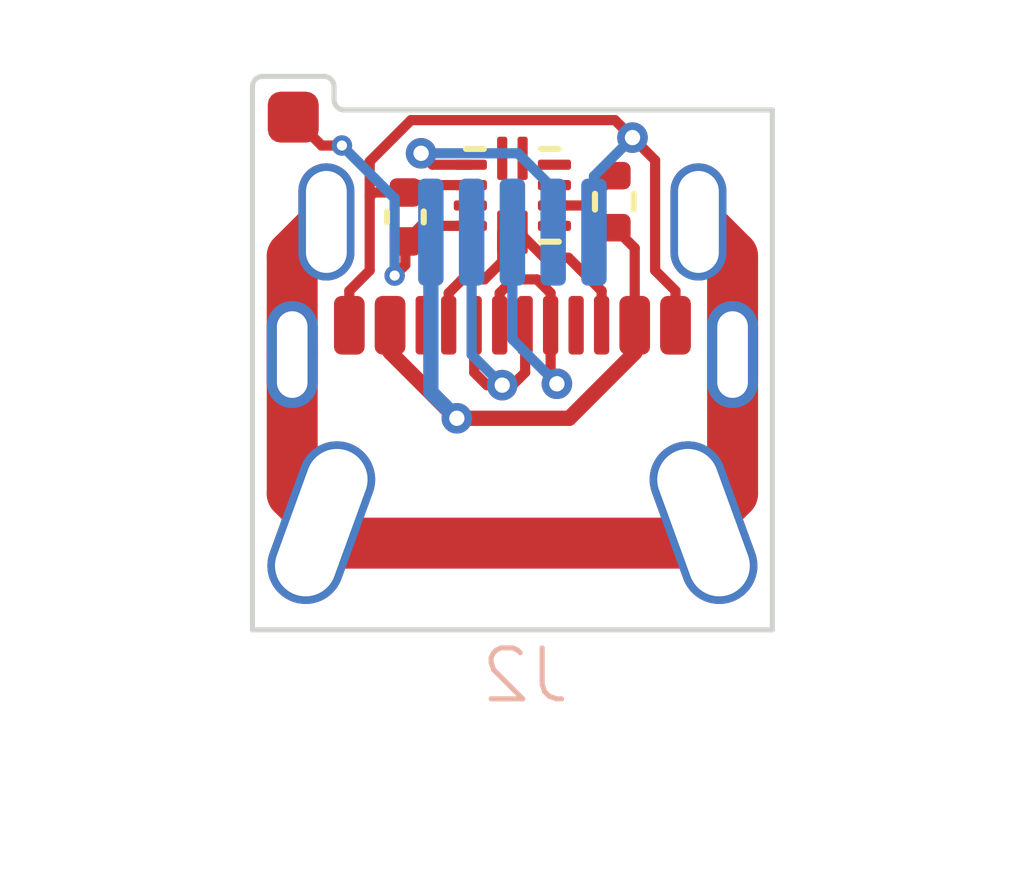
<source format=kicad_pcb>
(kicad_pcb (version 20221018) (generator pcbnew)
  (layers (0 "F.Cu" signal) (31 "B.Cu" signal) (34 "B.Paste" user) (35 "F.Paste" user) (36 "B.SilkS" user "B.Silkscreen") (37 "F.SilkS" user "F.Silkscreen") (38 "B.Mask" user) (39 "F.Mask" user) (44 "Edge.Cuts" user))
  (net 0 "")
  (net 1 "GND")
  (net 2 "/VBUS")
  (net 3 "/ID")
  (net 4 "/D+")
  (net 5 "/D-")
  (net 6 "/CC1")
  (net 7 "/SHIELD")
  (net 8 "/CC2")
  (net 9 "Net-(U1-VBUS_DET)")
  (net 15 "+BATT")
  (footprint "TestPoint:TestPoint_Pad_1.0x1.0mm" (layer "F.Cu") (at 183.7 26.341421)
    (fp_text reference "TP1" hide)
    (fp_text value "BATT")
    (pad "1" smd roundrect (at 0 0) (size 1 1) (layers "F.Cu" "F.Mask") (net 15 "+BATT"))
  )
  (footprint "Capacitor_SMD:C_0402_1005Metric" (layer "F.Cu") (at 185.9 28.3 -90)
    (fp_text reference "C1" hide)
    (fp_text value "0.1uF")
    (fp_line (start -0.107836 -0.36) (end 0.107836 -0.36) (stroke (width 0.12)) (layer "F.SilkS"))
    (fp_line (start -0.107836 0.36) (end 0.107836 0.36) (stroke (width 0.12)) (layer "F.SilkS"))
    (pad "1" smd roundrect (at -0.48 0 270) (size 0.56 0.62) (layers "F.Cu" "F.Paste" "F.Mask") (net 1 "GND"))
    (pad "2" smd roundrect (at 0.48 0 270) (size 0.56 0.62) (layers "F.Cu" "F.Paste" "F.Mask") (net 15 "+BATT"))
  )
  (footprint "Connector_USB:USB_C_Receptacle_GCT_USB4105-xx-A_16P_TopMnt_Horizontal" (layer "F.Cu") (at 188 34.105)
    (fp_text reference "J1" hide)
    (fp_text value "USB_C_Receptacle_USB2.0")
    (pad "" np_thru_hole circle (at -2.89 -2.605) (size 0.65 0.65) (drill 0.65) (layers "F&B.Cu" "*.Mask"))
    (pad "" np_thru_hole circle (at 2.89 -2.605) (size 0.65 0.65) (drill 0.65) (layers "F&B.Cu" "*.Mask"))
    (pad "A1" smd roundrect (at -3.2 -3.68) (size 0.6 1.15) (layers "F.Cu" "F.Paste" "F.Mask") (net 1 "GND"))
    (pad "A4" smd roundrect (at -2.4 -3.68) (size 0.6 1.15) (layers "F.Cu" "F.Paste" "F.Mask") (net 2 "/VBUS"))
    (pad "A5" smd roundrect (at -1.25 -3.68) (size 0.3 1.15) (layers "F.Cu" "F.Paste" "F.Mask") (net 6 "/CC1"))
    (pad "A6" smd roundrect (at -0.25 -3.68) (size 0.3 1.15) (layers "F.Cu" "F.Paste" "F.Mask") (net 4 "/D+"))
    (pad "A7" smd roundrect (at 0.25 -3.68) (size 0.3 1.15) (layers "F.Cu" "F.Paste" "F.Mask") (net 5 "/D-"))
    (pad "A8" smd roundrect (at 1.25 -3.68) (size 0.3 1.15) (layers "F.Cu" "F.Paste" "F.Mask"))
    (pad "A9" smd roundrect (at 2.4 -3.68) (size 0.6 1.15) (layers "F.Cu" "F.Paste" "F.Mask") (net 2 "/VBUS"))
    (pad "A12" smd roundrect (at 3.2 -3.68) (size 0.6 1.15) (layers "F.Cu" "F.Paste" "F.Mask") (net 1 "GND"))
    (pad "B1" smd roundrect (at 3.2 -3.68) (size 0.6 1.15) (layers "F.Cu" "F.Paste" "F.Mask") (net 1 "GND"))
    (pad "B4" smd roundrect (at 2.4 -3.68) (size 0.6 1.15) (layers "F.Cu" "F.Paste" "F.Mask") (net 2 "/VBUS"))
    (pad "B5" smd roundrect (at 1.75 -3.68) (size 0.3 1.15) (layers "F.Cu" "F.Paste" "F.Mask") (net 8 "/CC2"))
    (pad "B6" smd roundrect (at 0.75 -3.68) (size 0.3 1.15) (layers "F.Cu" "F.Paste" "F.Mask") (net 4 "/D+"))
    (pad "B7" smd roundrect (at -0.75 -3.68) (size 0.3 1.15) (layers "F.Cu" "F.Paste" "F.Mask") (net 5 "/D-"))
    (pad "B8" smd roundrect (at -1.75 -3.68) (size 0.3 1.15) (layers "F.Cu" "F.Paste" "F.Mask"))
    (pad "B9" smd roundrect (at -2.4 -3.68) (size 0.6 1.15) (layers "F.Cu" "F.Paste" "F.Mask") (net 2 "/VBUS"))
    (pad "B12" smd roundrect (at -3.2 -3.68) (size 0.6 1.15) (layers "F.Cu" "F.Paste" "F.Mask") (net 1 "GND"))
    (pad "S1" thru_hole oval (at -4.32 -3.105) (size 1 2.1) (drill oval 0.6 1.7) (layers "*.Cu" "*.Mask" "F.Paste") (net 7 "/SHIELD"))
    (pad "S1" thru_hole oval (at 4.32 -3.105) (size 1 2.1) (drill oval 0.6 1.7) (layers "*.Cu" "*.Mask" "F.Paste") (net 7 "/SHIELD"))
  )
  (footprint "Package_DFN_QFN:Texas_X2QFN-12_1.6x1.6mm_P0.4mm" (layer "F.Cu") (at 188 27.875 90)
    (fp_text reference "U1" hide)
    (fp_text value "TUSB320")
    (fp_line (start -0.91 0.91) (end -0.91 0.56) (stroke (width 0.12)) (layer "F.SilkS"))
    (fp_line (start 0.91 -0.91) (end 0.91 -0.56) (stroke (width 0.12)) (layer "F.SilkS"))
    (fp_line (start 0.91 0.91) (end 0.91 0.56) (stroke (width 0.12)) (layer "F.SilkS"))
    (pad "1" smd roundrect (at -0.725 -0.2 90) (size 0.85 0.2) (layers "F.Cu" "F.Paste" "F.Mask") (net 6 "/CC1"))
    (pad "2" smd roundrect (at -0.725 0.2 90) (size 0.85 0.2) (layers "F.Cu" "F.Paste" "F.Mask") (net 8 "/CC2"))
    (pad "3" smd roundrect (at -0.6 0.825 90) (size 0.2 0.65) (layers "F.Cu" "F.Paste" "F.Mask"))
    (pad "4" smd roundrect (at -0.2 0.825 90) (size 0.2 0.65) (layers "F.Cu" "F.Paste" "F.Mask") (net 9 "Net-(U1-VBUS_DET)"))
    (pad "5" smd roundrect (at 0.2 0.825 90) (size 0.2 0.65) (layers "F.Cu" "F.Paste" "F.Mask"))
    (pad "6" smd roundrect (at 0.6 0.825 90) (size 0.2 0.65) (layers "F.Cu" "F.Paste" "F.Mask"))
    (pad "7" smd roundrect (at 0.725 0.2 90) (size 0.85 0.2) (layers "F.Cu" "F.Paste" "F.Mask"))
    (pad "8" smd roundrect (at 0.725 -0.2 90) (size 0.85 0.2) (layers "F.Cu" "F.Paste" "F.Mask"))
    (pad "9" smd roundrect (at 0.6 -0.825 90) (size 0.2 0.65) (layers "F.Cu" "F.Paste" "F.Mask") (net 3 "/ID"))
    (pad "10" smd roundrect (at 0.2 -0.825 90) (size 0.2 0.65) (layers "F.Cu" "F.Paste" "F.Mask") (net 1 "GND"))
    (pad "11" smd roundrect (at -0.2 -0.825 90) (size 0.2 0.65) (layers "F.Cu" "F.Paste" "F.Mask") (net 1 "GND"))
    (pad "12" smd roundrect (at -0.6 -0.825 90) (size 0.2 0.65) (layers "F.Cu" "F.Paste" "F.Mask") (net 15 "+BATT"))
  )
  (footprint "Resistor_SMD:R_0402_1005Metric" (layer "F.Cu") (at 190 28 -90)
    (fp_text reference "R1" hide)
    (fp_text value "900k")
    (fp_line (start -0.153641 -0.38) (end 0.153641 -0.38) (stroke (width 0.12)) (layer "F.SilkS"))
    (fp_line (start -0.153641 0.38) (end 0.153641 0.38) (stroke (width 0.12)) (layer "F.SilkS"))
    (pad "1" smd roundrect (at -0.51 0 270) (size 0.54 0.64) (layers "F.Cu" "F.Paste" "F.Mask") (net 9 "Net-(U1-VBUS_DET)"))
    (pad "2" smd roundrect (at 0.51 0 270) (size 0.54 0.64) (layers "F.Cu" "F.Paste" "F.Mask") (net 2 "/VBUS"))
  )
  (footprint "ti84_mini_usb:ti84_mini_usb" (layer "B.Cu") (at 188.25 38.1975 180)
    (fp_text reference "J2" (at 0 0.9 unlocked) (layer "B.SilkS") (effects (font (thickness 0.1)) (justify mirror)))
    (fp_text value "USB_OTG")
    (pad "1" smd roundrect (at 1.85 9.6 180) (size 0.5 2.1) (layers "B.Cu" "B.Paste" "B.Mask") (net 2 "/VBUS"))
    (pad "2" smd roundrect (at 1.05 9.6 180) (size 0.5 2.1) (layers "B.Cu" "B.Paste" "B.Mask") (net 5 "/D-"))
    (pad "3" smd roundrect (at 0.25 9.6 180) (size 0.5 2.1) (layers "B.Cu" "B.Paste" "B.Mask") (net 4 "/D+"))
    (pad "4" smd roundrect (at -0.55 9.6 180) (size 0.5 2.1) (layers "B.Cu" "B.Paste" "B.Mask") (net 3 "/ID"))
    (pad "5" smd roundrect (at -1.35 9.6 180) (size 0.5 2.1) (layers "B.Cu" "B.Paste" "B.Mask") (net 1 "GND"))
    (pad "6" thru_hole oval (at -3.5 3.9 200) (size 1.5 3.3) (drill oval 1.2 3) (layers "*.Cu" "*.Mask") (net 7 "/SHIELD"))
    (pad "6" thru_hole oval (at -3.4 9.8 180) (size 1.1 2.3) (drill oval 0.8 2) (layers "*.Cu" "*.Mask") (net 7 "/SHIELD"))
    (pad "6" thru_hole oval (at 3.9 9.8 180) (size 1.1 2.3) (drill oval 0.8 2) (layers "*.Cu" "*.Mask") (net 7 "/SHIELD"))
    (pad "6" thru_hole oval (at 4 3.9 160) (size 1.5 3.3) (drill oval 1.2 3) (layers "*.Cu" "*.Mask") (net 7 "/SHIELD"))
  )
  (gr_line (start 184.3 25.541421) (end 183.1 25.541421) (stroke (width 0.1)) (layer "Edge.Cuts"))
  (gr_arc (start 184.3 25.541421) (mid 184.441421 25.6) (end 184.5 25.741421) (stroke (width 0.1)) (layer "Edge.Cuts"))
  (gr_line (start 182.9 36.4) (end 182.9 25.741421) (stroke (width 0.1)) (layer "Edge.Cuts"))
  (gr_arc (start 184.7 26.2) (mid 184.558579 26.141421) (end 184.5 26) (stroke (width 0.1)) (layer "Edge.Cuts"))
  (gr_line (start 193.1 36.4) (end 182.9 36.4) (stroke (width 0.1)) (layer "Edge.Cuts"))
  (gr_line (start 184.7 26.2) (end 193.1 26.2) (stroke (width 0.1)) (layer "Edge.Cuts"))
  (gr_line (start 193.1 26.2) (end 193.1 36.4) (stroke (width 0.1)) (layer "Edge.Cuts"))
  (gr_line (start 184.5 26) (end 184.5 25.741421) (stroke (width 0.1)) (layer "Edge.Cuts"))
  (gr_arc (start 182.9 25.741421) (mid 182.958579 25.6) (end 183.1 25.541421) (stroke (width 0.1)) (layer "Edge.Cuts"))
  (segment (start 184.8 29.749582) (end 185.2 29.349582) (width 0.2) (layer "F.Cu") (net 1))
  (segment (start 187.175 28.075) (end 187.175 27.675) (width 0.2) (layer "F.Cu") (net 1))
  (segment (start 191.2 29.749582) (end 191.2 30.425) (width 0.2) (layer "F.Cu") (net 1))
  (segment (start 187.175 27.675) (end 186.045 27.675) (width 0.2) (layer "F.Cu") (net 1))
  (segment (start 185.2 27.210818) (end 185.2 27.9) (width 0.2) (layer "F.Cu") (net 1))
  (segment (start 185.28 27.82) (end 185.2 27.9) (width 0.2) (layer "F.Cu") (net 1))
  (segment (start 185.2 29.349582) (end 185.2 27.9) (width 0.2) (layer "F.Cu") (net 1))
  (segment (start 190.8 27.187797) (end 190.012203 26.4) (width 0.2) (layer "F.Cu") (net 1))
  (segment (start 184.8 30.425) (end 184.8 29.749582) (width 0.2) (layer "F.Cu") (net 1))
  (segment (start 190.8 29.349582) (end 191.2 29.749582) (width 0.2) (layer "F.Cu") (net 1))
  (segment (start 190.012203 26.4) (end 186.010818 26.4) (width 0.2) (layer "F.Cu") (net 1))
  (segment (start 185.9 27.82) (end 185.28 27.82) (width 0.2) (layer "F.Cu") (net 1))
  (segment (start 190.8 29.349582) (end 190.8 27.187797) (width 0.2) (layer "F.Cu") (net 1))
  (segment (start 186.010818 26.4) (end 185.2 27.210818) (width 0.2) (layer "F.Cu") (net 1))
  (segment (start 186.045 27.675) (end 185.9 27.82) (width 0.2) (layer "F.Cu") (net 1))
  (via (at 190.356408 26.742649) (size 0.6) (drill 0.3) (layers "F.Cu" "B.Cu") (net 1))
  (segment (start 189.6 28.5975) (end 189.6 27.499057) (width 0.2) (layer "B.Cu") (net 1))
  (segment (start 189.6 27.499057) (end 190.356408 26.742649) (width 0.2) (layer "B.Cu") (net 1))
  (segment (start 186.89688 32.25) (end 185.6 30.95312) (width 0.3) (layer "F.Cu") (net 2))
  (segment (start 190.4 30.964695) (end 189.114695 32.25) (width 0.3) (layer "F.Cu") (net 2))
  (segment (start 190.4 28.91) (end 190.4 30.425) (width 0.2) (layer "F.Cu") (net 2))
  (segment (start 190 28.51) (end 190.4 28.91) (width 0.2) (layer "F.Cu") (net 2))
  (segment (start 189.114695 32.25) (end 186.910305 32.25) (width 0.3) (layer "F.Cu") (net 2))
  (segment (start 190.4 30.964695) (end 190.4 30.425) (width 0.3) (layer "F.Cu") (net 2))
  (segment (start 186.910305 32.25) (end 186.89688 32.25) (width 0.3) (layer "F.Cu") (net 2))
  (segment (start 185.6 30.95312) (end 185.6 30.425) (width 0.3) (layer "F.Cu") (net 2))
  (segment (start 190.4 30.4) (end 190.35 30.35) (width 0.3) (layer "F.Cu") (net 2))
  (via (at 186.910305 32.25) (size 0.6) (drill 0.3) (layers "F.Cu" "B.Cu") (net 2))
  (segment (start 186.910305 32.25) (end 186.4 31.739695) (width 0.3) (layer "B.Cu") (net 2))
  (segment (start 186.4 31.739695) (end 186.4 28.5975) (width 0.3) (layer "B.Cu") (net 2))
  (segment (start 186.432425 27.275) (end 186.208386 27.050961) (width 0.2) (layer "F.Cu") (net 3))
  (segment (start 187.175 27.275) (end 186.432425 27.275) (width 0.2) (layer "F.Cu") (net 3))
  (via (at 186.208386 27.050961) (size 0.6) (drill 0.3) (layers "F.Cu" "B.Cu") (net 3))
  (segment (start 188.107967 27.050961) (end 186.208386 27.050961) (width 0.2) (layer "B.Cu") (net 3))
  (segment (start 188.8 27.742994) (end 188.107967 27.050961) (width 0.2) (layer "B.Cu") (net 3))
  (segment (start 188.8 28.5975) (end 188.8 27.742994) (width 0.2) (layer "B.Cu") (net 3))
  (segment (start 188.48241 29.525) (end 188.75 29.79259) (width 0.2) (layer "F.Cu") (net 4))
  (segment (start 188.75 29.79259) (end 188.75 30.425) (width 0.2) (layer "F.Cu") (net 4))
  (segment (start 188.01759 29.525) (end 187.75 29.79259) (width 0.2) (layer "F.Cu") (net 4))
  (segment (start 187.75 29.79259) (end 187.75 30.425) (width 0.2) (layer "F.Cu") (net 4))
  (segment (start 188.75 31.450001) (end 188.75 30.425) (width 0.2) (layer "F.Cu") (net 4))
  (segment (start 188.01759 29.525) (end 188.48241 29.525) (width 0.2) (layer "F.Cu") (net 4))
  (segment (start 188.873081 31.573082) (end 188.75 31.450001) (width 0.2) (layer "F.Cu") (net 4))
  (via (at 188.873081 31.573082) (size 0.6) (drill 0.3) (layers "F.Cu" "B.Cu") (net 4))
  (segment (start 188.873081 31.573082) (end 188 30.700001) (width 0.2) (layer "B.Cu") (net 4))
  (segment (start 188 30.700001) (end 188 28.5975) (width 0.2) (layer "B.Cu") (net 4))
  (segment (start 187.8 31.6) (end 187.5 31.6) (width 0.2) (layer "F.Cu") (net 5))
  (segment (start 187.25 31.35) (end 187.25 30.425) (width 0.2) (layer "F.Cu") (net 5))
  (segment (start 188.25 31.35) (end 188.25 30.425) (width 0.2) (layer "F.Cu") (net 5))
  (segment (start 187.5 31.6) (end 187.25 31.35) (width 0.2) (layer "F.Cu") (net 5))
  (segment (start 187.8 31.6) (end 188 31.6) (width 0.2) (layer "F.Cu") (net 5))
  (segment (start 188 31.6) (end 188.25 31.35) (width 0.2) (layer "F.Cu") (net 5))
  (via (at 187.8 31.6) (size 0.6) (drill 0.3) (layers "F.Cu" "B.Cu") (net 5))
  (segment (start 187.8 31.6) (end 187.2 31) (width 0.2) (layer "B.Cu") (net 5))
  (segment (start 187.2 31) (end 187.2 28.5975) (width 0.2) (layer "B.Cu") (net 5))
  (segment (start 187.8 29.176904) (end 187.451904 29.525) (width 0.2) (layer "F.Cu") (net 6))
  (segment (start 187.8 28.6) (end 187.8 29.176904) (width 0.2) (layer "F.Cu") (net 6))
  (segment (start 187.451904 29.525) (end 187.01759 29.525) (width 0.2) (layer "F.Cu") (net 6))
  (segment (start 186.75 29.79259) (end 186.75 30.425) (width 0.2) (layer "F.Cu") (net 6))
  (segment (start 187.01759 29.525) (end 186.75 29.79259) (width 0.2) (layer "F.Cu") (net 6))
  (segment (start 183.68 33.7275) (end 184.6525 34.7) (width 1) (layer "F.Cu") (net 7))
  (segment (start 184.35 28.3975) (end 183.68 29.0675) (width 1) (layer "F.Cu") (net 7))
  (segment (start 184.6525 34.7) (end 191.3475 34.7) (width 1) (layer "F.Cu") (net 7))
  (segment (start 191.3475 34.7) (end 192.32 33.7275) (width 1) (layer "F.Cu") (net 7))
  (segment (start 191.65 28.3975) (end 192.32 29.0675) (width 1) (layer "F.Cu") (net 7))
  (segment (start 192.32 29.0675) (end 192.32 30.975) (width 1) (layer "F.Cu") (net 7))
  (segment (start 183.68 30.975) (end 183.68 33.7275) (width 1) (layer "F.Cu") (net 7))
  (segment (start 192.32 33.7275) (end 192.32 30.975) (width 1) (layer "F.Cu") (net 7))
  (segment (start 183.68 29.0675) (end 183.68 30.975) (width 1) (layer "F.Cu") (net 7))
  (segment (start 188.2 28.6) (end 188.2 28.67136) (width 0.2) (layer "F.Cu") (net 8))
  (segment (start 189.75 29.75) (end 189.75 30.425) (width 0.2) (layer "F.Cu") (net 8))
  (segment (start 189.1 29.1) (end 189.75 29.75) (width 0.2) (layer "F.Cu") (net 8))
  (segment (start 188.2 28.67136) (end 188.62864 29.1) (width 0.2) (layer "F.Cu") (net 8))
  (segment (start 188.62864 29.1) (end 189.1 29.1) (width 0.2) (layer "F.Cu") (net 8))
  (segment (start 189.415 28.075) (end 190 27.49) (width 0.2) (layer "F.Cu") (net 9))
  (segment (start 188.825 28.075) (end 189.415 28.075) (width 0.2) (layer "F.Cu") (net 9))
  (segment (start 184.256945 26.898366) (end 183.7 26.341421) (width 0.2) (layer "F.Cu") (net 15))
  (segment (start 185.689393 29.4505) (end 185.9 29.239893) (width 0.2) (layer "F.Cu") (net 15))
  (segment (start 186.205 28.475) (end 185.9 28.78) (width 0.2) (layer "F.Cu") (net 15))
  (segment (start 187.175 28.475) (end 186.205 28.475) (width 0.2) (layer "F.Cu") (net 15))
  (segment (start 185.9 29.239893) (end 185.9 28.78) (width 0.2) (layer "F.Cu") (net 15))
  (segment (start 184.655137 26.898366) (end 184.256945 26.898366) (width 0.2) (layer "F.Cu") (net 15))
  (via (at 185.689393 29.4505) (size 0.4) (drill 0.2) (layers "F.Cu" "B.Cu") (net 15))
  (via (at 184.655137 26.898366) (size 0.4) (drill 0.2) (layers "F.Cu" "B.Cu") (net 15))
  (segment (start 185.689393 27.934811) (end 184.655137 26.900555) (width 0.2) (layer "B.Cu") (net 15))
  (segment (start 184.655137 26.900555) (end 184.655137 26.898366) (width 0.2) (layer "B.Cu") (net 15))
  (segment (start 185.689393 29.4505) (end 185.689393 27.934811) (width 0.2) (layer "B.Cu") (net 15))
)
</source>
